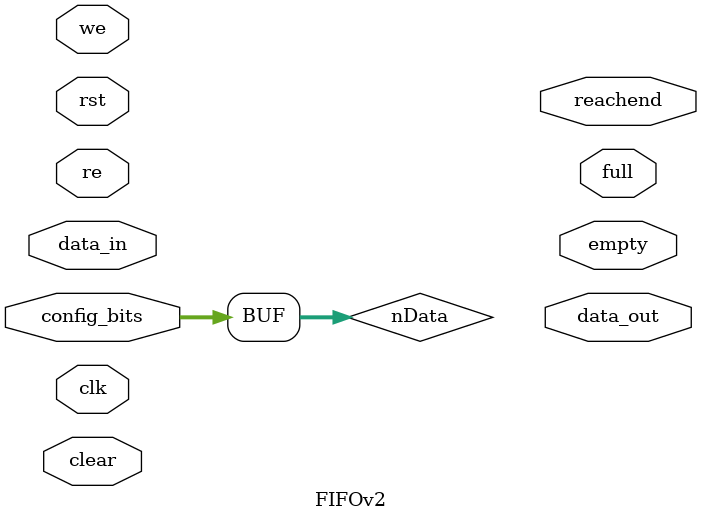
<source format=sv>
`timescale 1ns / 1ps


module FIFOv2(
    // inputs
    clk,
    rst,
    we,
    re,
    clear,
    data_in,
    config_bits,
    // outputs
    full,
    empty,
    reachend,
    data_out,
    );
    
    parameter WIDTH = 16;
    parameter DEPTH = 128;
    parameter MAX_nDATA = 1*1*1126;
    parameter WIDTH_CONFIGBITS = $clog2(MAX_nDATA);
    
    input clk, rst, we, re, clear;
    input [WIDTH-1:0] data_in;
    input [WIDTH_CONFIGBITS-1:0] config_bits;
    
    output full, empty, reachend;
    output [WIDTH-1:0] data_out;
    
    // nData
    logic [$clog2(MAX_nDATA)-1:0] nData;
    assign nData = config_bits;
    
    // 
    
endmodule

</source>
